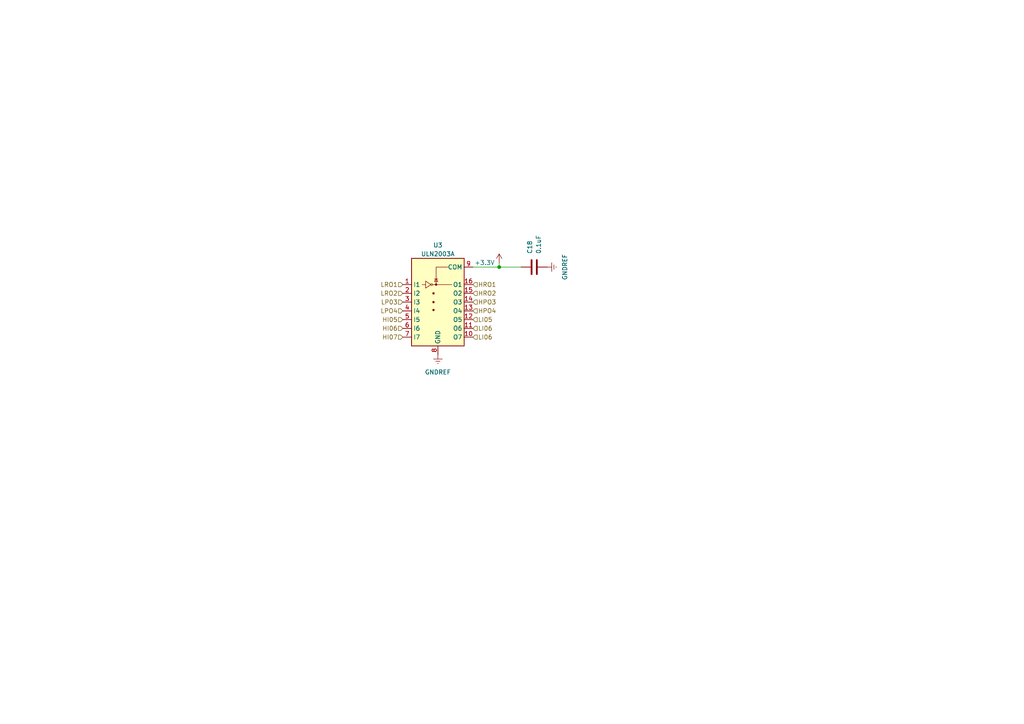
<source format=kicad_sch>
(kicad_sch (version 20230121) (generator eeschema)
  (paper "A4")
  (lib_symbols
    (symbol "Device:C" (pin_numbers hide) (pin_names (offset 0.254))
      (property "Reference" "C" (at 0.635 2.54 0))
      (property "Value" "C" (at 0.635 -2.54 0))
      (symbol "C_0_1"
        (polyline (pts (xy -2.032 -0.762) (xy 2.032 -0.762)) (stroke (width 0.508)))
        (polyline (pts (xy -2.032 0.762) (xy 2.032 0.762)) (stroke (width 0.508)))
      )
      (symbol "C_1_1"
        (pin passive line (at 0 3.81 270) (length 2.794) (name "~") (number "1"))
        (pin passive line (at 0 -3.81 90) (length 2.794) (name "~") (number "2"))
      )
    )
    (symbol "Transistor_Array:ULN2003A"
      (property "Reference" "U" (at 0 15.875 0))
      (property "Value" "ULN2003A" (at 0 13.97 0))
      (symbol "ULN2003A_0_1"
        (rectangle (start -7.62 -12.7) (end 7.62 12.7) (stroke (width 0.254)) (fill (type background)))
        (circle (center -1.778 5.08) (radius 0.254))
        (circle (center -1.27 -2.286) (radius 0.254) (fill (type outline)))
        (circle (center -1.27 0) (radius 0.254) (fill (type outline)))
        (circle (center -1.27 2.54) (radius 0.254) (fill (type outline)))
        (circle (center -0.508 5.08) (radius 0.254) (fill (type outline)))
        (polyline (pts (xy -4.572 5.08) (xy -3.556 5.08)))
        (polyline (pts (xy -1.524 5.08) (xy 4.064 5.08)))
        (polyline (pts (xy 0 6.731) (xy -1.016 6.731)))
        (polyline (pts (xy -0.508 5.08) (xy -0.508 10.16) (xy 2.921 10.16)))
        (polyline (pts (xy -3.556 6.096) (xy -3.556 4.064) (xy -2.032 5.08) (xy -3.556 6.096)))
        (polyline (pts (xy 0 5.969) (xy -1.016 5.969) (xy -0.508 6.731) (xy 0 5.969)))
      )
      (symbol "ULN2003A_1_1"
        (pin input line (at -10.16 5.08 0) (length 2.54) (name "I1") (number "1"))
        (pin open_collector line (at 10.16 -10.16 180) (length 2.54) (name "O7") (number "10"))
        (pin open_collector line (at 10.16 -7.62 180) (length 2.54) (name "O6") (number "11"))
        (pin open_collector line (at 10.16 -5.08 180) (length 2.54) (name "O5") (number "12"))
        (pin open_collector line (at 10.16 -2.54 180) (length 2.54) (name "O4") (number "13"))
        (pin open_collector line (at 10.16 0 180) (length 2.54) (name "O3") (number "14"))
        (pin open_collector line (at 10.16 2.54 180) (length 2.54) (name "O2") (number "15"))
        (pin open_collector line (at 10.16 5.08 180) (length 2.54) (name "O1") (number "16"))
        (pin input line (at -10.16 2.54 0) (length 2.54) (name "I2") (number "2"))
        (pin input line (at -10.16 0 0) (length 2.54) (name "I3") (number "3"))
        (pin input line (at -10.16 -2.54 0) (length 2.54) (name "I4") (number "4"))
        (pin input line (at -10.16 -5.08 0) (length 2.54) (name "I5") (number "5"))
        (pin input line (at -10.16 -7.62 0) (length 2.54) (name "I6") (number "6"))
        (pin input line (at -10.16 -10.16 0) (length 2.54) (name "I7") (number "7"))
        (pin power_in line (at 0 -15.24 90) (length 2.54) (name "GND") (number "8"))
        (pin passive line (at 10.16 10.16 180) (length 2.54) (name "COM") (number "9"))
      )
    )
    (symbol "power:+3.3V" (power) (pin_names (offset 0))
      (property "Value" "+3.3V" (at 0 3.556 0))
      (symbol "+3.3V_0_1"
        (polyline (pts (xy -0.762 1.27) (xy 0 2.54)))
        (polyline (pts (xy 0 0) (xy 0 2.54)))
        (polyline (pts (xy 0 2.54) (xy 0.762 1.27)))
      )
      (symbol "+3.3V_1_1"
        (pin power_in line (at 0 0 90) (length 0) hide (name "+3.3V") (number "1"))
      )
    )
    (symbol "power:GNDREF" (power) (pin_names (offset 0))
      (property "Value" "GNDREF" (at 0 -3.81 0))
      (symbol "GNDREF_0_1"
        (polyline (pts (xy -0.635 -1.905) (xy 0.635 -1.905)))
        (polyline (pts (xy -0.127 -2.54) (xy 0.127 -2.54)))
        (polyline (pts (xy 0 -1.27) (xy 0 0)))
        (polyline (pts (xy 1.27 -1.27) (xy -1.27 -1.27)))
      )
      (symbol "GNDREF_1_1"
        (pin power_in line (at 0 0 270) (length 0) hide (name "GNDREF") (number "1"))
      )
    )
  )
  (junction (at 144.78 77.47))
  (wire (pts (xy 144.78 76.2) (xy 144.78 77.47)))
  (wire (pts (xy 151.13 77.47) (xy 144.78 77.47)))
  (wire (pts (xy 144.78 77.47) (xy 137.16 77.47)))
  (hierarchical_label "LRO2" (shape input) (at 116.84 85.09 180))
  (hierarchical_label "LI06" (shape input) (at 137.16 97.79 0))
  (hierarchical_label "HI05" (shape input) (at 116.84 92.71 180))
  (hierarchical_label "HI06" (shape input) (at 116.84 95.25 180))
  (hierarchical_label "LI06" (shape input) (at 137.16 95.25 0))
  (hierarchical_label "LRO1" (shape input) (at 116.84 82.55 180))
  (hierarchical_label "HI07" (shape input) (at 116.84 97.79 180))
  (hierarchical_label "HPO3" (shape input) (at 137.16 87.63 0))
  (hierarchical_label "LP03" (shape input) (at 116.84 87.63 180))
  (hierarchical_label "LPO4" (shape input) (at 116.84 90.17 180))
  (hierarchical_label "HRO2" (shape input) (at 137.16 85.09 0))
  (hierarchical_label "HPO4" (shape input) (at 137.16 90.17 0))
  (hierarchical_label "LI05" (shape input) (at 137.16 92.71 0))
  (hierarchical_label "HRO1" (shape input) (at 137.16 82.55 0))
  (symbol (lib_id "power:GNDREF") (at 127 102.87 0) (unit 1)
    (property "Reference" "#PWR046" (effects hide))
    (property "Value" "GNDREF" (at 127 107.95 0))
    (instances (project "esprelay" (path "" (reference "#PWR046") (unit 1)) (path "" (reference "#PWR034") (unit 1)) (path "" (reference "#PWR031") (unit 1))) (project "opengeiger" (path "" (reference "#PWR030") (unit 1))))
  )
  (symbol (lib_id "power:GNDREF") (at 158.75 77.47 90) (unit 1)
    (property "Reference" "#PWR046" (effects hide))
    (property "Value" "GNDREF" (at 163.83 77.47 0))
    (instances (project "esprelay" (path "" (reference "#PWR046") (unit 1)) (path "" (reference "#PWR034") (unit 1)) (path "" (reference "#PWR022") (unit 1))) (project "opengeiger" (path "" (reference "#PWR030") (unit 1))))
  )
  (symbol (lib_id "power:+3.3V") (at 144.78 76.2 0) (unit 1)
    (property "Reference" "#PWR044" (effects hide))
    (property "Value" "+3.3V" (at 143.51 76.2 0) (effects (justify right)))
    (instances (project "esprelay" (path "" (reference "#PWR044") (unit 1)) (path "" (reference "#PWR018") (unit 1)) (path "" (reference "#PWR021") (unit 1))) (project "opengeiger" (path "" (reference "#PWR026") (unit 1))))
  )
  (symbol (lib_id "Transistor_Array:ULN2003A") (at 127 87.63 0) (unit 1)
    (property "Reference" "U3" (at 127 71.12 0))
    (property "Value" "ULN2003A" (at 127 73.66 0))
    (property "Footprint" "Package_SO:SOIC-16_3.9x9.9mm_P1.27mm" (effects hide))
    (property "Datasheet" "http://www.ti.com/lit/ds/symlink/uln2003a.pdf" (effects hide))
  )
  (symbol (lib_id "Device:C") (at 154.94 77.47 90) (unit 1)
    (property "Reference" "C18" (at 153.6699 73.66 0) (effects (justify left)))
    (property "Value" "0.1uF" (at 156.2099 73.66 0) (effects (justify left)))
    (property "Footprint" "Capacitor_SMD:C_0603_1608Metric_Pad1.08x0.95mm_HandSolder" (effects hide))
    (property "MPN" "06035C104KAT4A" (effects hide))
    (property "INFO" "DIGIKEY" (effects hide))
    (property "Supplier Part Number" "478-10346-1-ND" (effects hide))
    (instances (project "esprelay" (path "" (reference "C18") (unit 1)) (path "" (reference "C5") (unit 1)) (path "" (reference "C11") (unit 1))) (project "opengeiger" (path "" (reference "C8") (unit 1))))
  )
)
</source>
